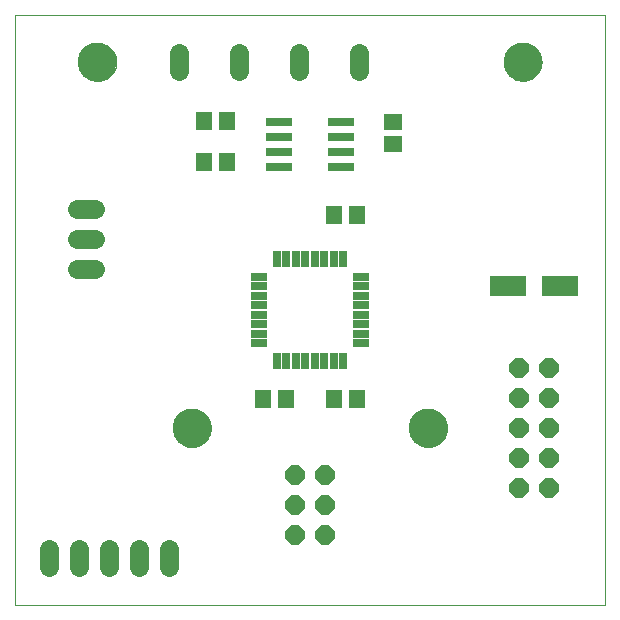
<source format=gts>
G75*
G70*
%OFA0B0*%
%FSLAX24Y24*%
%IPPOS*%
%LPD*%
%AMOC8*
5,1,8,0,0,1.08239X$1,22.5*
%
%ADD10C,0.0000*%
%ADD11C,0.1300*%
%ADD12R,0.0260X0.0540*%
%ADD13R,0.0540X0.0260*%
%ADD14C,0.0640*%
%ADD15R,0.0906X0.0276*%
%ADD16R,0.0552X0.0631*%
%ADD17R,0.0631X0.0552*%
%ADD18OC8,0.0640*%
%ADD19R,0.1221X0.0670*%
D10*
X000574Y000574D02*
X020259Y000574D01*
X020259Y020259D01*
X000574Y020259D01*
X000574Y000574D01*
X005849Y006479D02*
X005851Y006529D01*
X005857Y006579D01*
X005867Y006628D01*
X005881Y006676D01*
X005898Y006723D01*
X005919Y006768D01*
X005944Y006812D01*
X005972Y006853D01*
X006004Y006892D01*
X006038Y006929D01*
X006075Y006963D01*
X006115Y006993D01*
X006157Y007020D01*
X006201Y007044D01*
X006247Y007065D01*
X006294Y007081D01*
X006342Y007094D01*
X006392Y007103D01*
X006441Y007108D01*
X006492Y007109D01*
X006542Y007106D01*
X006591Y007099D01*
X006640Y007088D01*
X006688Y007073D01*
X006734Y007055D01*
X006779Y007033D01*
X006822Y007007D01*
X006863Y006978D01*
X006902Y006946D01*
X006938Y006911D01*
X006970Y006873D01*
X007000Y006833D01*
X007027Y006790D01*
X007050Y006746D01*
X007069Y006700D01*
X007085Y006652D01*
X007097Y006603D01*
X007105Y006554D01*
X007109Y006504D01*
X007109Y006454D01*
X007105Y006404D01*
X007097Y006355D01*
X007085Y006306D01*
X007069Y006258D01*
X007050Y006212D01*
X007027Y006168D01*
X007000Y006125D01*
X006970Y006085D01*
X006938Y006047D01*
X006902Y006012D01*
X006863Y005980D01*
X006822Y005951D01*
X006779Y005925D01*
X006734Y005903D01*
X006688Y005885D01*
X006640Y005870D01*
X006591Y005859D01*
X006542Y005852D01*
X006492Y005849D01*
X006441Y005850D01*
X006392Y005855D01*
X006342Y005864D01*
X006294Y005877D01*
X006247Y005893D01*
X006201Y005914D01*
X006157Y005938D01*
X006115Y005965D01*
X006075Y005995D01*
X006038Y006029D01*
X006004Y006066D01*
X005972Y006105D01*
X005944Y006146D01*
X005919Y006190D01*
X005898Y006235D01*
X005881Y006282D01*
X005867Y006330D01*
X005857Y006379D01*
X005851Y006429D01*
X005849Y006479D01*
X013723Y006479D02*
X013725Y006529D01*
X013731Y006579D01*
X013741Y006628D01*
X013755Y006676D01*
X013772Y006723D01*
X013793Y006768D01*
X013818Y006812D01*
X013846Y006853D01*
X013878Y006892D01*
X013912Y006929D01*
X013949Y006963D01*
X013989Y006993D01*
X014031Y007020D01*
X014075Y007044D01*
X014121Y007065D01*
X014168Y007081D01*
X014216Y007094D01*
X014266Y007103D01*
X014315Y007108D01*
X014366Y007109D01*
X014416Y007106D01*
X014465Y007099D01*
X014514Y007088D01*
X014562Y007073D01*
X014608Y007055D01*
X014653Y007033D01*
X014696Y007007D01*
X014737Y006978D01*
X014776Y006946D01*
X014812Y006911D01*
X014844Y006873D01*
X014874Y006833D01*
X014901Y006790D01*
X014924Y006746D01*
X014943Y006700D01*
X014959Y006652D01*
X014971Y006603D01*
X014979Y006554D01*
X014983Y006504D01*
X014983Y006454D01*
X014979Y006404D01*
X014971Y006355D01*
X014959Y006306D01*
X014943Y006258D01*
X014924Y006212D01*
X014901Y006168D01*
X014874Y006125D01*
X014844Y006085D01*
X014812Y006047D01*
X014776Y006012D01*
X014737Y005980D01*
X014696Y005951D01*
X014653Y005925D01*
X014608Y005903D01*
X014562Y005885D01*
X014514Y005870D01*
X014465Y005859D01*
X014416Y005852D01*
X014366Y005849D01*
X014315Y005850D01*
X014266Y005855D01*
X014216Y005864D01*
X014168Y005877D01*
X014121Y005893D01*
X014075Y005914D01*
X014031Y005938D01*
X013989Y005965D01*
X013949Y005995D01*
X013912Y006029D01*
X013878Y006066D01*
X013846Y006105D01*
X013818Y006146D01*
X013793Y006190D01*
X013772Y006235D01*
X013755Y006282D01*
X013741Y006330D01*
X013731Y006379D01*
X013725Y006429D01*
X013723Y006479D01*
X016873Y018684D02*
X016875Y018734D01*
X016881Y018784D01*
X016891Y018833D01*
X016905Y018881D01*
X016922Y018928D01*
X016943Y018973D01*
X016968Y019017D01*
X016996Y019058D01*
X017028Y019097D01*
X017062Y019134D01*
X017099Y019168D01*
X017139Y019198D01*
X017181Y019225D01*
X017225Y019249D01*
X017271Y019270D01*
X017318Y019286D01*
X017366Y019299D01*
X017416Y019308D01*
X017465Y019313D01*
X017516Y019314D01*
X017566Y019311D01*
X017615Y019304D01*
X017664Y019293D01*
X017712Y019278D01*
X017758Y019260D01*
X017803Y019238D01*
X017846Y019212D01*
X017887Y019183D01*
X017926Y019151D01*
X017962Y019116D01*
X017994Y019078D01*
X018024Y019038D01*
X018051Y018995D01*
X018074Y018951D01*
X018093Y018905D01*
X018109Y018857D01*
X018121Y018808D01*
X018129Y018759D01*
X018133Y018709D01*
X018133Y018659D01*
X018129Y018609D01*
X018121Y018560D01*
X018109Y018511D01*
X018093Y018463D01*
X018074Y018417D01*
X018051Y018373D01*
X018024Y018330D01*
X017994Y018290D01*
X017962Y018252D01*
X017926Y018217D01*
X017887Y018185D01*
X017846Y018156D01*
X017803Y018130D01*
X017758Y018108D01*
X017712Y018090D01*
X017664Y018075D01*
X017615Y018064D01*
X017566Y018057D01*
X017516Y018054D01*
X017465Y018055D01*
X017416Y018060D01*
X017366Y018069D01*
X017318Y018082D01*
X017271Y018098D01*
X017225Y018119D01*
X017181Y018143D01*
X017139Y018170D01*
X017099Y018200D01*
X017062Y018234D01*
X017028Y018271D01*
X016996Y018310D01*
X016968Y018351D01*
X016943Y018395D01*
X016922Y018440D01*
X016905Y018487D01*
X016891Y018535D01*
X016881Y018584D01*
X016875Y018634D01*
X016873Y018684D01*
X002700Y018684D02*
X002702Y018734D01*
X002708Y018784D01*
X002718Y018833D01*
X002732Y018881D01*
X002749Y018928D01*
X002770Y018973D01*
X002795Y019017D01*
X002823Y019058D01*
X002855Y019097D01*
X002889Y019134D01*
X002926Y019168D01*
X002966Y019198D01*
X003008Y019225D01*
X003052Y019249D01*
X003098Y019270D01*
X003145Y019286D01*
X003193Y019299D01*
X003243Y019308D01*
X003292Y019313D01*
X003343Y019314D01*
X003393Y019311D01*
X003442Y019304D01*
X003491Y019293D01*
X003539Y019278D01*
X003585Y019260D01*
X003630Y019238D01*
X003673Y019212D01*
X003714Y019183D01*
X003753Y019151D01*
X003789Y019116D01*
X003821Y019078D01*
X003851Y019038D01*
X003878Y018995D01*
X003901Y018951D01*
X003920Y018905D01*
X003936Y018857D01*
X003948Y018808D01*
X003956Y018759D01*
X003960Y018709D01*
X003960Y018659D01*
X003956Y018609D01*
X003948Y018560D01*
X003936Y018511D01*
X003920Y018463D01*
X003901Y018417D01*
X003878Y018373D01*
X003851Y018330D01*
X003821Y018290D01*
X003789Y018252D01*
X003753Y018217D01*
X003714Y018185D01*
X003673Y018156D01*
X003630Y018130D01*
X003585Y018108D01*
X003539Y018090D01*
X003491Y018075D01*
X003442Y018064D01*
X003393Y018057D01*
X003343Y018054D01*
X003292Y018055D01*
X003243Y018060D01*
X003193Y018069D01*
X003145Y018082D01*
X003098Y018098D01*
X003052Y018119D01*
X003008Y018143D01*
X002966Y018170D01*
X002926Y018200D01*
X002889Y018234D01*
X002855Y018271D01*
X002823Y018310D01*
X002795Y018351D01*
X002770Y018395D01*
X002749Y018440D01*
X002732Y018487D01*
X002718Y018535D01*
X002708Y018584D01*
X002702Y018634D01*
X002700Y018684D01*
D11*
X003330Y018684D03*
X006479Y006479D03*
X014353Y006479D03*
X017503Y018684D03*
D12*
X011519Y012106D03*
X011204Y012106D03*
X010889Y012106D03*
X010574Y012106D03*
X010259Y012106D03*
X009944Y012106D03*
X009629Y012106D03*
X009314Y012106D03*
X009314Y008726D03*
X009629Y008726D03*
X009944Y008726D03*
X010259Y008726D03*
X010574Y008726D03*
X010889Y008726D03*
X011204Y008726D03*
X011519Y008726D03*
D13*
X012106Y009314D03*
X012106Y009629D03*
X012106Y009944D03*
X012106Y010259D03*
X012106Y010574D03*
X012106Y010889D03*
X012106Y011204D03*
X012106Y011519D03*
X008726Y011519D03*
X008726Y011204D03*
X008726Y010889D03*
X008726Y010574D03*
X008726Y010259D03*
X008726Y009944D03*
X008726Y009629D03*
X008726Y009314D03*
D14*
X003236Y011778D02*
X002636Y011778D01*
X002636Y012778D02*
X003236Y012778D01*
X003236Y013778D02*
X002636Y013778D01*
X006038Y018384D02*
X006038Y018984D01*
X008038Y018984D02*
X008038Y018384D01*
X010038Y018384D02*
X010038Y018984D01*
X012038Y018984D02*
X012038Y018384D01*
X005723Y002449D02*
X005723Y001849D01*
X004723Y001849D02*
X004723Y002449D01*
X003723Y002449D02*
X003723Y001849D01*
X002723Y001849D02*
X002723Y002449D01*
X001723Y002449D02*
X001723Y001849D01*
D15*
X009393Y015178D03*
X009393Y015678D03*
X009393Y016178D03*
X009393Y016678D03*
X011440Y016678D03*
X011440Y016178D03*
X011440Y015678D03*
X011440Y015178D03*
D16*
X011223Y013566D03*
X011971Y013566D03*
X007641Y015337D03*
X006893Y015337D03*
X006893Y016715D03*
X007641Y016715D03*
X008861Y007463D03*
X009609Y007463D03*
X011223Y007463D03*
X011971Y007463D03*
D17*
X013172Y015948D03*
X013172Y016696D03*
D18*
X017397Y008479D03*
X018397Y008479D03*
X018397Y007479D03*
X018397Y006479D03*
X018397Y005479D03*
X018397Y004479D03*
X017397Y004479D03*
X017397Y005479D03*
X017397Y006479D03*
X017397Y007479D03*
X010916Y004920D03*
X009916Y004920D03*
X009916Y003920D03*
X009916Y002920D03*
X010916Y002920D03*
X010916Y003920D03*
D19*
X017030Y011204D03*
X018763Y011204D03*
M02*

</source>
